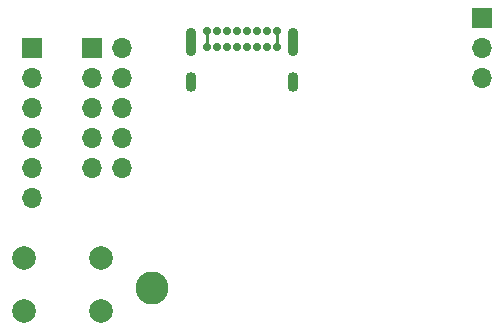
<source format=gbr>
%TF.GenerationSoftware,KiCad,Pcbnew,(6.0.5)*%
%TF.CreationDate,2024-02-02T14:17:11-06:00*%
%TF.ProjectId,exercise4_vbn3_ryfu2,65786572-6369-4736-9534-5f76626e335f,rev?*%
%TF.SameCoordinates,Original*%
%TF.FileFunction,Copper,L2,Bot*%
%TF.FilePolarity,Positive*%
%FSLAX46Y46*%
G04 Gerber Fmt 4.6, Leading zero omitted, Abs format (unit mm)*
G04 Created by KiCad (PCBNEW (6.0.5)) date 2024-02-02 14:17:11*
%MOMM*%
%LPD*%
G01*
G04 APERTURE LIST*
%TA.AperFunction,ComponentPad*%
%ADD10C,0.700000*%
%TD*%
%TA.AperFunction,ComponentPad*%
%ADD11O,0.900000X1.700000*%
%TD*%
%TA.AperFunction,ComponentPad*%
%ADD12O,0.900000X2.400000*%
%TD*%
%TA.AperFunction,ComponentPad*%
%ADD13R,1.700000X1.700000*%
%TD*%
%TA.AperFunction,ComponentPad*%
%ADD14O,1.700000X1.700000*%
%TD*%
%TA.AperFunction,ComponentPad*%
%ADD15C,2.800000*%
%TD*%
%TA.AperFunction,ComponentPad*%
%ADD16C,2.000000*%
%TD*%
%TA.AperFunction,Conductor*%
%ADD17C,0.250000*%
%TD*%
G04 APERTURE END LIST*
D10*
%TO.P,J1,A1,GND*%
%TO.N,GND*%
X154505000Y-51855000D03*
%TO.P,J1,A4,VBUS*%
%TO.N,+5V*%
X155355000Y-51855000D03*
%TO.P,J1,A5,CC1*%
%TO.N,Net-(J1-PadA5)*%
X156205000Y-51855000D03*
%TO.P,J1,A6,D+*%
%TO.N,unconnected-(J1-PadA6)*%
X157055000Y-51855000D03*
%TO.P,J1,A7,D-*%
%TO.N,unconnected-(J1-PadA7)*%
X157905000Y-51855000D03*
%TO.P,J1,A8,SBU1*%
%TO.N,unconnected-(J1-PadA8)*%
X158755000Y-51855000D03*
%TO.P,J1,A9,VBUS*%
%TO.N,+5V*%
X159605000Y-51855000D03*
%TO.P,J1,A12,GND*%
%TO.N,GND*%
X160455000Y-51855000D03*
%TO.P,J1,B1,GND*%
X160455000Y-53205000D03*
%TO.P,J1,B4,VBUS*%
%TO.N,+5V*%
X159605000Y-53205000D03*
%TO.P,J1,B5,CC2*%
%TO.N,Net-(J1-PadB5)*%
X158755000Y-53205000D03*
%TO.P,J1,B6,D+*%
%TO.N,unconnected-(J1-PadB6)*%
X157905000Y-53205000D03*
%TO.P,J1,B7,D-*%
%TO.N,unconnected-(J1-PadB7)*%
X157055000Y-53205000D03*
%TO.P,J1,B8,SBU2*%
%TO.N,unconnected-(J1-PadB8)*%
X156205000Y-53205000D03*
%TO.P,J1,B9,VBUS*%
%TO.N,+5V*%
X155355000Y-53205000D03*
%TO.P,J1,B12,GND*%
%TO.N,GND*%
X154505000Y-53205000D03*
D11*
%TO.P,J1,S1,SHIELD*%
X161805000Y-56215000D03*
X153155000Y-56215000D03*
D12*
X161805000Y-52835000D03*
X153155000Y-52835000D03*
%TD*%
D13*
%TO.P,J4,1,Pin_1*%
%TO.N,GND*%
X139700000Y-53340000D03*
D14*
%TO.P,J4,2,Pin_2*%
%TO.N,/CTS*%
X139700000Y-55880000D03*
%TO.P,J4,3,Pin_3*%
%TO.N,unconnected-(J4-Pad3)*%
X139700000Y-58420000D03*
%TO.P,J4,4,Pin_4*%
%TO.N,/TX*%
X139700000Y-60960000D03*
%TO.P,J4,5,Pin_5*%
%TO.N,/RX*%
X139700000Y-63500000D03*
%TO.P,J4,6,Pin_6*%
%TO.N,/DTR*%
X139700000Y-66040000D03*
%TD*%
D13*
%TO.P,J3,1,Pin_1*%
%TO.N,/SCK*%
X177800000Y-50800000D03*
D14*
%TO.P,J3,2,Pin_2*%
%TO.N,/SDA*%
X177800000Y-53340000D03*
%TO.P,J3,3,Pin_3*%
%TO.N,GND*%
X177800000Y-55880000D03*
%TD*%
D13*
%TO.P,J2,1,Pin_1*%
%TO.N,/RST*%
X144780000Y-53340000D03*
D14*
%TO.P,J2,2,Pin_2*%
%TO.N,/SWCLK*%
X147320000Y-53340000D03*
%TO.P,J2,3,Pin_3*%
%TO.N,/SWIM*%
X144780000Y-55880000D03*
%TO.P,J2,4,Pin_4*%
%TO.N,/SWDIO*%
X147320000Y-55880000D03*
%TO.P,J2,5,Pin_5*%
%TO.N,GND*%
X144780000Y-58420000D03*
%TO.P,J2,6,Pin_6*%
X147320000Y-58420000D03*
%TO.P,J2,7,Pin_7*%
%TO.N,unconnected-(J2-Pad7)*%
X144780000Y-60960000D03*
%TO.P,J2,8,Pin_8*%
%TO.N,unconnected-(J2-Pad8)*%
X147320000Y-60960000D03*
%TO.P,J2,9,Pin_9*%
%TO.N,unconnected-(J2-Pad9)*%
X144780000Y-63500000D03*
%TO.P,J2,10,Pin_10*%
%TO.N,unconnected-(J2-Pad10)*%
X147320000Y-63500000D03*
%TD*%
D15*
%TO.P,TP1,1,1*%
%TO.N,Net-(U2-Pad6)*%
X149860000Y-73660000D03*
%TD*%
D16*
%TO.P,SW1,1,1*%
%TO.N,GND*%
X145490000Y-71120000D03*
X138990000Y-71120000D03*
%TO.P,SW1,2,2*%
%TO.N,Net-(R3-Pad2)*%
X138990000Y-75620000D03*
X145490000Y-75620000D03*
%TD*%
D17*
%TO.N,GND*%
X160229511Y-53340000D02*
X160320000Y-53340000D01*
X160455000Y-53114511D02*
X160229511Y-53340000D01*
X160455000Y-51855000D02*
X160455000Y-53114511D01*
X160320000Y-53340000D02*
X160455000Y-53205000D01*
X154505000Y-51855000D02*
X154505000Y-53205000D01*
%TD*%
M02*

</source>
